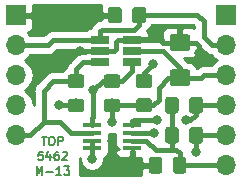
<source format=gbr>
G04 #@! TF.GenerationSoftware,KiCad,Pcbnew,(5.0.2)-1*
G04 #@! TF.CreationDate,2019-02-13T12:40:33+01:00*
G04 #@! TF.ProjectId,DICE-ADC-SMD,44494345-2d41-4444-932d-534d442e6b69,rev?*
G04 #@! TF.SameCoordinates,PX8e25b78PY3dbbafc*
G04 #@! TF.FileFunction,Copper,L1,Top*
G04 #@! TF.FilePolarity,Positive*
%FSLAX46Y46*%
G04 Gerber Fmt 4.6, Leading zero omitted, Abs format (unit mm)*
G04 Created by KiCad (PCBNEW (5.0.2)-1) date 13/02/2019 12:40:33*
%MOMM*%
%LPD*%
G01*
G04 APERTURE LIST*
G04 #@! TA.AperFunction,NonConductor*
%ADD10C,0.180000*%
G04 #@! TD*
G04 #@! TA.AperFunction,SMDPad,CuDef*
%ADD11R,1.600000X0.650000*%
G04 #@! TD*
G04 #@! TA.AperFunction,SMDPad,CuDef*
%ADD12R,1.600000X0.400000*%
G04 #@! TD*
G04 #@! TA.AperFunction,Conductor*
%ADD13C,0.100000*%
G04 #@! TD*
G04 #@! TA.AperFunction,SMDPad,CuDef*
%ADD14C,1.150000*%
G04 #@! TD*
G04 #@! TA.AperFunction,ComponentPad*
%ADD15O,1.700000X1.700000*%
G04 #@! TD*
G04 #@! TA.AperFunction,ComponentPad*
%ADD16R,1.700000X1.700000*%
G04 #@! TD*
G04 #@! TA.AperFunction,SMDPad,CuDef*
%ADD17C,1.425000*%
G04 #@! TD*
G04 #@! TA.AperFunction,ViaPad*
%ADD18C,0.800000*%
G04 #@! TD*
G04 #@! TA.AperFunction,Conductor*
%ADD19C,0.400000*%
G04 #@! TD*
G04 #@! TA.AperFunction,Conductor*
%ADD20C,0.500000*%
G04 #@! TD*
G04 #@! TA.AperFunction,Conductor*
%ADD21C,0.254000*%
G04 #@! TD*
G04 APERTURE END LIST*
D10*
X5516362Y6188186D02*
X5927791Y6188186D01*
X5722077Y5468186D02*
X5722077Y6188186D01*
X6304934Y6188186D02*
X6442077Y6188186D01*
X6510648Y6153900D01*
X6579220Y6085329D01*
X6613505Y5948186D01*
X6613505Y5708186D01*
X6579220Y5571043D01*
X6510648Y5502472D01*
X6442077Y5468186D01*
X6304934Y5468186D01*
X6236362Y5502472D01*
X6167791Y5571043D01*
X6133505Y5708186D01*
X6133505Y5948186D01*
X6167791Y6085329D01*
X6236362Y6153900D01*
X6304934Y6188186D01*
X6922077Y5468186D02*
X6922077Y6188186D01*
X7196362Y6188186D01*
X7264934Y6153900D01*
X7299220Y6119615D01*
X7333505Y6051043D01*
X7333505Y5948186D01*
X7299220Y5879615D01*
X7264934Y5845329D01*
X7196362Y5811043D01*
X6922077Y5811043D01*
X5602077Y4928186D02*
X5259220Y4928186D01*
X5224934Y4585329D01*
X5259220Y4619615D01*
X5327791Y4653900D01*
X5499220Y4653900D01*
X5567791Y4619615D01*
X5602077Y4585329D01*
X5636362Y4516758D01*
X5636362Y4345329D01*
X5602077Y4276758D01*
X5567791Y4242472D01*
X5499220Y4208186D01*
X5327791Y4208186D01*
X5259220Y4242472D01*
X5224934Y4276758D01*
X6253505Y4688186D02*
X6253505Y4208186D01*
X6082077Y4962472D02*
X5910648Y4448186D01*
X6356362Y4448186D01*
X6939220Y4928186D02*
X6802077Y4928186D01*
X6733505Y4893900D01*
X6699220Y4859615D01*
X6630648Y4756758D01*
X6596362Y4619615D01*
X6596362Y4345329D01*
X6630648Y4276758D01*
X6664934Y4242472D01*
X6733505Y4208186D01*
X6870648Y4208186D01*
X6939220Y4242472D01*
X6973505Y4276758D01*
X7007791Y4345329D01*
X7007791Y4516758D01*
X6973505Y4585329D01*
X6939220Y4619615D01*
X6870648Y4653900D01*
X6733505Y4653900D01*
X6664934Y4619615D01*
X6630648Y4585329D01*
X6596362Y4516758D01*
X7282077Y4859615D02*
X7316362Y4893900D01*
X7384934Y4928186D01*
X7556362Y4928186D01*
X7624934Y4893900D01*
X7659220Y4859615D01*
X7693505Y4791043D01*
X7693505Y4722472D01*
X7659220Y4619615D01*
X7247791Y4208186D01*
X7693505Y4208186D01*
X5087791Y2948186D02*
X5087791Y3668186D01*
X5327791Y3153900D01*
X5567791Y3668186D01*
X5567791Y2948186D01*
X5910648Y3222472D02*
X6459220Y3222472D01*
X7179220Y2948186D02*
X6767791Y2948186D01*
X6973505Y2948186D02*
X6973505Y3668186D01*
X6904934Y3565329D01*
X6836362Y3496758D01*
X6767791Y3462472D01*
X7419220Y3668186D02*
X7864934Y3668186D01*
X7624934Y3393900D01*
X7727791Y3393900D01*
X7796362Y3359615D01*
X7830648Y3325329D01*
X7864934Y3256758D01*
X7864934Y3085329D01*
X7830648Y3016758D01*
X7796362Y2982472D01*
X7727791Y2948186D01*
X7522077Y2948186D01*
X7453505Y2982472D01*
X7419220Y3016758D01*
D11*
G04 #@! TO.P,ADC1,1*
G04 #@! TO.N,Net-(ADC1-Pad1)*
X10443220Y14383900D03*
G04 #@! TO.P,ADC1,2*
G04 #@! TO.N,Net-(ADC1-Pad2)*
X10443220Y13433900D03*
G04 #@! TO.P,ADC1,3*
G04 #@! TO.N,Net-(ADC1-Pad3)*
X10443220Y12483900D03*
G04 #@! TO.P,ADC1,4*
G04 #@! TO.N,Net-(ADC1-Pad4)*
X13143220Y12483900D03*
G04 #@! TO.P,ADC1,6*
G04 #@! TO.N,Net-(ADC1-Pad2)*
X13143220Y14383900D03*
G04 #@! TO.P,ADC1,5*
G04 #@! TO.N,Net-(ADC1-Pad5)*
X13143220Y13433900D03*
G04 #@! TD*
D12*
G04 #@! TO.P,T1,8*
G04 #@! TO.N,Net-(R3-Pad2)*
X9775720Y5209900D03*
G04 #@! TO.P,T1,7*
X9775720Y5859900D03*
G04 #@! TO.P,T1,6*
G04 #@! TO.N,Net-(ADC1-Pad3)*
X9775720Y6509900D03*
G04 #@! TO.P,T1,5*
G04 #@! TO.N,Net-(ADC1-Pad4)*
X9775720Y7159900D03*
G04 #@! TO.P,T1,4*
G04 #@! TO.N,Net-(Pins1-Pad4)*
X13175720Y7159900D03*
G04 #@! TO.P,T1,3*
G04 #@! TO.N,Net-(Pins1-Pad5)*
X13175720Y6509900D03*
G04 #@! TO.P,T1,2*
G04 #@! TO.N,Net-(C3-Pad1)*
X13175720Y5859900D03*
G04 #@! TO.P,T1,1*
G04 #@! TO.N,Net-(ADC1-Pad2)*
X13175720Y5209900D03*
G04 #@! TD*
D13*
G04 #@! TO.N,Net-(ADC1-Pad1)*
G04 #@! TO.C,C2*
G36*
X14120225Y17180696D02*
X14144493Y17177096D01*
X14168292Y17171135D01*
X14191391Y17162870D01*
X14213570Y17152380D01*
X14234613Y17139768D01*
X14254319Y17125153D01*
X14272497Y17108677D01*
X14288973Y17090499D01*
X14303588Y17070793D01*
X14316200Y17049750D01*
X14326690Y17027571D01*
X14334955Y17004472D01*
X14340916Y16980673D01*
X14344516Y16956405D01*
X14345720Y16931901D01*
X14345720Y16031899D01*
X14344516Y16007395D01*
X14340916Y15983127D01*
X14334955Y15959328D01*
X14326690Y15936229D01*
X14316200Y15914050D01*
X14303588Y15893007D01*
X14288973Y15873301D01*
X14272497Y15855123D01*
X14254319Y15838647D01*
X14234613Y15824032D01*
X14213570Y15811420D01*
X14191391Y15800930D01*
X14168292Y15792665D01*
X14144493Y15786704D01*
X14120225Y15783104D01*
X14095721Y15781900D01*
X13445719Y15781900D01*
X13421215Y15783104D01*
X13396947Y15786704D01*
X13373148Y15792665D01*
X13350049Y15800930D01*
X13327870Y15811420D01*
X13306827Y15824032D01*
X13287121Y15838647D01*
X13268943Y15855123D01*
X13252467Y15873301D01*
X13237852Y15893007D01*
X13225240Y15914050D01*
X13214750Y15936229D01*
X13206485Y15959328D01*
X13200524Y15983127D01*
X13196924Y16007395D01*
X13195720Y16031899D01*
X13195720Y16931901D01*
X13196924Y16956405D01*
X13200524Y16980673D01*
X13206485Y17004472D01*
X13214750Y17027571D01*
X13225240Y17049750D01*
X13237852Y17070793D01*
X13252467Y17090499D01*
X13268943Y17108677D01*
X13287121Y17125153D01*
X13306827Y17139768D01*
X13327870Y17152380D01*
X13350049Y17162870D01*
X13373148Y17171135D01*
X13396947Y17177096D01*
X13421215Y17180696D01*
X13445719Y17181900D01*
X14095721Y17181900D01*
X14120225Y17180696D01*
X14120225Y17180696D01*
G37*
D14*
G04 #@! TD*
G04 #@! TO.P,C2,1*
G04 #@! TO.N,Net-(ADC1-Pad1)*
X13770720Y16481900D03*
D13*
G04 #@! TO.N,Net-(ADC1-Pad2)*
G04 #@! TO.C,C2*
G36*
X12070225Y17180696D02*
X12094493Y17177096D01*
X12118292Y17171135D01*
X12141391Y17162870D01*
X12163570Y17152380D01*
X12184613Y17139768D01*
X12204319Y17125153D01*
X12222497Y17108677D01*
X12238973Y17090499D01*
X12253588Y17070793D01*
X12266200Y17049750D01*
X12276690Y17027571D01*
X12284955Y17004472D01*
X12290916Y16980673D01*
X12294516Y16956405D01*
X12295720Y16931901D01*
X12295720Y16031899D01*
X12294516Y16007395D01*
X12290916Y15983127D01*
X12284955Y15959328D01*
X12276690Y15936229D01*
X12266200Y15914050D01*
X12253588Y15893007D01*
X12238973Y15873301D01*
X12222497Y15855123D01*
X12204319Y15838647D01*
X12184613Y15824032D01*
X12163570Y15811420D01*
X12141391Y15800930D01*
X12118292Y15792665D01*
X12094493Y15786704D01*
X12070225Y15783104D01*
X12045721Y15781900D01*
X11395719Y15781900D01*
X11371215Y15783104D01*
X11346947Y15786704D01*
X11323148Y15792665D01*
X11300049Y15800930D01*
X11277870Y15811420D01*
X11256827Y15824032D01*
X11237121Y15838647D01*
X11218943Y15855123D01*
X11202467Y15873301D01*
X11187852Y15893007D01*
X11175240Y15914050D01*
X11164750Y15936229D01*
X11156485Y15959328D01*
X11150524Y15983127D01*
X11146924Y16007395D01*
X11145720Y16031899D01*
X11145720Y16931901D01*
X11146924Y16956405D01*
X11150524Y16980673D01*
X11156485Y17004472D01*
X11164750Y17027571D01*
X11175240Y17049750D01*
X11187852Y17070793D01*
X11202467Y17090499D01*
X11218943Y17108677D01*
X11237121Y17125153D01*
X11256827Y17139768D01*
X11277870Y17152380D01*
X11300049Y17162870D01*
X11323148Y17171135D01*
X11346947Y17177096D01*
X11371215Y17180696D01*
X11395719Y17181900D01*
X12045721Y17181900D01*
X12070225Y17180696D01*
X12070225Y17180696D01*
G37*
D14*
G04 #@! TD*
G04 #@! TO.P,C2,2*
G04 #@! TO.N,Net-(ADC1-Pad2)*
X11720720Y16481900D03*
D13*
G04 #@! TO.N,Net-(ADC1-Pad5)*
G04 #@! TO.C,R5*
G36*
X8902225Y9416696D02*
X8926493Y9413096D01*
X8950292Y9407135D01*
X8973391Y9398870D01*
X8995570Y9388380D01*
X9016613Y9375768D01*
X9036319Y9361153D01*
X9054497Y9344677D01*
X9070973Y9326499D01*
X9085588Y9306793D01*
X9098200Y9285750D01*
X9108690Y9263571D01*
X9116955Y9240472D01*
X9122916Y9216673D01*
X9126516Y9192405D01*
X9127720Y9167901D01*
X9127720Y8517899D01*
X9126516Y8493395D01*
X9122916Y8469127D01*
X9116955Y8445328D01*
X9108690Y8422229D01*
X9098200Y8400050D01*
X9085588Y8379007D01*
X9070973Y8359301D01*
X9054497Y8341123D01*
X9036319Y8324647D01*
X9016613Y8310032D01*
X8995570Y8297420D01*
X8973391Y8286930D01*
X8950292Y8278665D01*
X8926493Y8272704D01*
X8902225Y8269104D01*
X8877721Y8267900D01*
X7977719Y8267900D01*
X7953215Y8269104D01*
X7928947Y8272704D01*
X7905148Y8278665D01*
X7882049Y8286930D01*
X7859870Y8297420D01*
X7838827Y8310032D01*
X7819121Y8324647D01*
X7800943Y8341123D01*
X7784467Y8359301D01*
X7769852Y8379007D01*
X7757240Y8400050D01*
X7746750Y8422229D01*
X7738485Y8445328D01*
X7732524Y8469127D01*
X7728924Y8493395D01*
X7727720Y8517899D01*
X7727720Y9167901D01*
X7728924Y9192405D01*
X7732524Y9216673D01*
X7738485Y9240472D01*
X7746750Y9263571D01*
X7757240Y9285750D01*
X7769852Y9306793D01*
X7784467Y9326499D01*
X7800943Y9344677D01*
X7819121Y9361153D01*
X7838827Y9375768D01*
X7859870Y9388380D01*
X7882049Y9398870D01*
X7905148Y9407135D01*
X7928947Y9413096D01*
X7953215Y9416696D01*
X7977719Y9417900D01*
X8877721Y9417900D01*
X8902225Y9416696D01*
X8902225Y9416696D01*
G37*
D14*
G04 #@! TD*
G04 #@! TO.P,R5,1*
G04 #@! TO.N,Net-(ADC1-Pad5)*
X8427720Y8842900D03*
D13*
G04 #@! TO.N,Net-(ADC1-Pad3)*
G04 #@! TO.C,R5*
G36*
X8902225Y11466696D02*
X8926493Y11463096D01*
X8950292Y11457135D01*
X8973391Y11448870D01*
X8995570Y11438380D01*
X9016613Y11425768D01*
X9036319Y11411153D01*
X9054497Y11394677D01*
X9070973Y11376499D01*
X9085588Y11356793D01*
X9098200Y11335750D01*
X9108690Y11313571D01*
X9116955Y11290472D01*
X9122916Y11266673D01*
X9126516Y11242405D01*
X9127720Y11217901D01*
X9127720Y10567899D01*
X9126516Y10543395D01*
X9122916Y10519127D01*
X9116955Y10495328D01*
X9108690Y10472229D01*
X9098200Y10450050D01*
X9085588Y10429007D01*
X9070973Y10409301D01*
X9054497Y10391123D01*
X9036319Y10374647D01*
X9016613Y10360032D01*
X8995570Y10347420D01*
X8973391Y10336930D01*
X8950292Y10328665D01*
X8926493Y10322704D01*
X8902225Y10319104D01*
X8877721Y10317900D01*
X7977719Y10317900D01*
X7953215Y10319104D01*
X7928947Y10322704D01*
X7905148Y10328665D01*
X7882049Y10336930D01*
X7859870Y10347420D01*
X7838827Y10360032D01*
X7819121Y10374647D01*
X7800943Y10391123D01*
X7784467Y10409301D01*
X7769852Y10429007D01*
X7757240Y10450050D01*
X7746750Y10472229D01*
X7738485Y10495328D01*
X7732524Y10519127D01*
X7728924Y10543395D01*
X7727720Y10567899D01*
X7727720Y11217901D01*
X7728924Y11242405D01*
X7732524Y11266673D01*
X7738485Y11290472D01*
X7746750Y11313571D01*
X7757240Y11335750D01*
X7769852Y11356793D01*
X7784467Y11376499D01*
X7800943Y11394677D01*
X7819121Y11411153D01*
X7838827Y11425768D01*
X7859870Y11438380D01*
X7882049Y11448870D01*
X7905148Y11457135D01*
X7928947Y11463096D01*
X7953215Y11466696D01*
X7977719Y11467900D01*
X8877721Y11467900D01*
X8902225Y11466696D01*
X8902225Y11466696D01*
G37*
D14*
G04 #@! TD*
G04 #@! TO.P,R5,2*
G04 #@! TO.N,Net-(ADC1-Pad3)*
X8427720Y10892900D03*
D13*
G04 #@! TO.N,Net-(ADC1-Pad4)*
G04 #@! TO.C,R4*
G36*
X11950225Y11466696D02*
X11974493Y11463096D01*
X11998292Y11457135D01*
X12021391Y11448870D01*
X12043570Y11438380D01*
X12064613Y11425768D01*
X12084319Y11411153D01*
X12102497Y11394677D01*
X12118973Y11376499D01*
X12133588Y11356793D01*
X12146200Y11335750D01*
X12156690Y11313571D01*
X12164955Y11290472D01*
X12170916Y11266673D01*
X12174516Y11242405D01*
X12175720Y11217901D01*
X12175720Y10567899D01*
X12174516Y10543395D01*
X12170916Y10519127D01*
X12164955Y10495328D01*
X12156690Y10472229D01*
X12146200Y10450050D01*
X12133588Y10429007D01*
X12118973Y10409301D01*
X12102497Y10391123D01*
X12084319Y10374647D01*
X12064613Y10360032D01*
X12043570Y10347420D01*
X12021391Y10336930D01*
X11998292Y10328665D01*
X11974493Y10322704D01*
X11950225Y10319104D01*
X11925721Y10317900D01*
X11025719Y10317900D01*
X11001215Y10319104D01*
X10976947Y10322704D01*
X10953148Y10328665D01*
X10930049Y10336930D01*
X10907870Y10347420D01*
X10886827Y10360032D01*
X10867121Y10374647D01*
X10848943Y10391123D01*
X10832467Y10409301D01*
X10817852Y10429007D01*
X10805240Y10450050D01*
X10794750Y10472229D01*
X10786485Y10495328D01*
X10780524Y10519127D01*
X10776924Y10543395D01*
X10775720Y10567899D01*
X10775720Y11217901D01*
X10776924Y11242405D01*
X10780524Y11266673D01*
X10786485Y11290472D01*
X10794750Y11313571D01*
X10805240Y11335750D01*
X10817852Y11356793D01*
X10832467Y11376499D01*
X10848943Y11394677D01*
X10867121Y11411153D01*
X10886827Y11425768D01*
X10907870Y11438380D01*
X10930049Y11448870D01*
X10953148Y11457135D01*
X10976947Y11463096D01*
X11001215Y11466696D01*
X11025719Y11467900D01*
X11925721Y11467900D01*
X11950225Y11466696D01*
X11950225Y11466696D01*
G37*
D14*
G04 #@! TD*
G04 #@! TO.P,R4,2*
G04 #@! TO.N,Net-(ADC1-Pad4)*
X11475720Y10892900D03*
D13*
G04 #@! TO.N,Net-(ADC1-Pad5)*
G04 #@! TO.C,R4*
G36*
X11950225Y9416696D02*
X11974493Y9413096D01*
X11998292Y9407135D01*
X12021391Y9398870D01*
X12043570Y9388380D01*
X12064613Y9375768D01*
X12084319Y9361153D01*
X12102497Y9344677D01*
X12118973Y9326499D01*
X12133588Y9306793D01*
X12146200Y9285750D01*
X12156690Y9263571D01*
X12164955Y9240472D01*
X12170916Y9216673D01*
X12174516Y9192405D01*
X12175720Y9167901D01*
X12175720Y8517899D01*
X12174516Y8493395D01*
X12170916Y8469127D01*
X12164955Y8445328D01*
X12156690Y8422229D01*
X12146200Y8400050D01*
X12133588Y8379007D01*
X12118973Y8359301D01*
X12102497Y8341123D01*
X12084319Y8324647D01*
X12064613Y8310032D01*
X12043570Y8297420D01*
X12021391Y8286930D01*
X11998292Y8278665D01*
X11974493Y8272704D01*
X11950225Y8269104D01*
X11925721Y8267900D01*
X11025719Y8267900D01*
X11001215Y8269104D01*
X10976947Y8272704D01*
X10953148Y8278665D01*
X10930049Y8286930D01*
X10907870Y8297420D01*
X10886827Y8310032D01*
X10867121Y8324647D01*
X10848943Y8341123D01*
X10832467Y8359301D01*
X10817852Y8379007D01*
X10805240Y8400050D01*
X10794750Y8422229D01*
X10786485Y8445328D01*
X10780524Y8469127D01*
X10776924Y8493395D01*
X10775720Y8517899D01*
X10775720Y9167901D01*
X10776924Y9192405D01*
X10780524Y9216673D01*
X10786485Y9240472D01*
X10794750Y9263571D01*
X10805240Y9285750D01*
X10817852Y9306793D01*
X10832467Y9326499D01*
X10848943Y9344677D01*
X10867121Y9361153D01*
X10886827Y9375768D01*
X10907870Y9388380D01*
X10930049Y9398870D01*
X10953148Y9407135D01*
X10976947Y9413096D01*
X11001215Y9416696D01*
X11025719Y9417900D01*
X11925721Y9417900D01*
X11950225Y9416696D01*
X11950225Y9416696D01*
G37*
D14*
G04 #@! TD*
G04 #@! TO.P,R4,1*
G04 #@! TO.N,Net-(ADC1-Pad5)*
X11475720Y8842900D03*
D13*
G04 #@! TO.N,Net-(ADC1-Pad5)*
G04 #@! TO.C,R3*
G36*
X14649225Y9426696D02*
X14673493Y9423096D01*
X14697292Y9417135D01*
X14720391Y9408870D01*
X14742570Y9398380D01*
X14763613Y9385768D01*
X14783319Y9371153D01*
X14801497Y9354677D01*
X14817973Y9336499D01*
X14832588Y9316793D01*
X14845200Y9295750D01*
X14855690Y9273571D01*
X14863955Y9250472D01*
X14869916Y9226673D01*
X14873516Y9202405D01*
X14874720Y9177901D01*
X14874720Y8527899D01*
X14873516Y8503395D01*
X14869916Y8479127D01*
X14863955Y8455328D01*
X14855690Y8432229D01*
X14845200Y8410050D01*
X14832588Y8389007D01*
X14817973Y8369301D01*
X14801497Y8351123D01*
X14783319Y8334647D01*
X14763613Y8320032D01*
X14742570Y8307420D01*
X14720391Y8296930D01*
X14697292Y8288665D01*
X14673493Y8282704D01*
X14649225Y8279104D01*
X14624721Y8277900D01*
X13724719Y8277900D01*
X13700215Y8279104D01*
X13675947Y8282704D01*
X13652148Y8288665D01*
X13629049Y8296930D01*
X13606870Y8307420D01*
X13585827Y8320032D01*
X13566121Y8334647D01*
X13547943Y8351123D01*
X13531467Y8369301D01*
X13516852Y8389007D01*
X13504240Y8410050D01*
X13493750Y8432229D01*
X13485485Y8455328D01*
X13479524Y8479127D01*
X13475924Y8503395D01*
X13474720Y8527899D01*
X13474720Y9177901D01*
X13475924Y9202405D01*
X13479524Y9226673D01*
X13485485Y9250472D01*
X13493750Y9273571D01*
X13504240Y9295750D01*
X13516852Y9316793D01*
X13531467Y9336499D01*
X13547943Y9354677D01*
X13566121Y9371153D01*
X13585827Y9385768D01*
X13606870Y9398380D01*
X13629049Y9408870D01*
X13652148Y9417135D01*
X13675947Y9423096D01*
X13700215Y9426696D01*
X13724719Y9427900D01*
X14624721Y9427900D01*
X14649225Y9426696D01*
X14649225Y9426696D01*
G37*
D14*
G04 #@! TD*
G04 #@! TO.P,R3,1*
G04 #@! TO.N,Net-(ADC1-Pad5)*
X14174720Y8852900D03*
D13*
G04 #@! TO.N,Net-(R3-Pad2)*
G04 #@! TO.C,R3*
G36*
X14649225Y11476696D02*
X14673493Y11473096D01*
X14697292Y11467135D01*
X14720391Y11458870D01*
X14742570Y11448380D01*
X14763613Y11435768D01*
X14783319Y11421153D01*
X14801497Y11404677D01*
X14817973Y11386499D01*
X14832588Y11366793D01*
X14845200Y11345750D01*
X14855690Y11323571D01*
X14863955Y11300472D01*
X14869916Y11276673D01*
X14873516Y11252405D01*
X14874720Y11227901D01*
X14874720Y10577899D01*
X14873516Y10553395D01*
X14869916Y10529127D01*
X14863955Y10505328D01*
X14855690Y10482229D01*
X14845200Y10460050D01*
X14832588Y10439007D01*
X14817973Y10419301D01*
X14801497Y10401123D01*
X14783319Y10384647D01*
X14763613Y10370032D01*
X14742570Y10357420D01*
X14720391Y10346930D01*
X14697292Y10338665D01*
X14673493Y10332704D01*
X14649225Y10329104D01*
X14624721Y10327900D01*
X13724719Y10327900D01*
X13700215Y10329104D01*
X13675947Y10332704D01*
X13652148Y10338665D01*
X13629049Y10346930D01*
X13606870Y10357420D01*
X13585827Y10370032D01*
X13566121Y10384647D01*
X13547943Y10401123D01*
X13531467Y10419301D01*
X13516852Y10439007D01*
X13504240Y10460050D01*
X13493750Y10482229D01*
X13485485Y10505328D01*
X13479524Y10529127D01*
X13475924Y10553395D01*
X13474720Y10577899D01*
X13474720Y11227901D01*
X13475924Y11252405D01*
X13479524Y11276673D01*
X13485485Y11300472D01*
X13493750Y11323571D01*
X13504240Y11345750D01*
X13516852Y11366793D01*
X13531467Y11386499D01*
X13547943Y11404677D01*
X13566121Y11421153D01*
X13585827Y11435768D01*
X13606870Y11448380D01*
X13629049Y11458870D01*
X13652148Y11467135D01*
X13675947Y11473096D01*
X13700215Y11476696D01*
X13724719Y11477900D01*
X14624721Y11477900D01*
X14649225Y11476696D01*
X14649225Y11476696D01*
G37*
D14*
G04 #@! TD*
G04 #@! TO.P,R3,2*
G04 #@! TO.N,Net-(R3-Pad2)*
X14174720Y10902900D03*
D13*
G04 #@! TO.N,Net-(Pins1-Pad5)*
G04 #@! TO.C,R2*
G36*
X18946225Y7010696D02*
X18970493Y7007096D01*
X18994292Y7001135D01*
X19017391Y6992870D01*
X19039570Y6982380D01*
X19060613Y6969768D01*
X19080319Y6955153D01*
X19098497Y6938677D01*
X19114973Y6920499D01*
X19129588Y6900793D01*
X19142200Y6879750D01*
X19152690Y6857571D01*
X19160955Y6834472D01*
X19166916Y6810673D01*
X19170516Y6786405D01*
X19171720Y6761901D01*
X19171720Y5861899D01*
X19170516Y5837395D01*
X19166916Y5813127D01*
X19160955Y5789328D01*
X19152690Y5766229D01*
X19142200Y5744050D01*
X19129588Y5723007D01*
X19114973Y5703301D01*
X19098497Y5685123D01*
X19080319Y5668647D01*
X19060613Y5654032D01*
X19039570Y5641420D01*
X19017391Y5630930D01*
X18994292Y5622665D01*
X18970493Y5616704D01*
X18946225Y5613104D01*
X18921721Y5611900D01*
X18271719Y5611900D01*
X18247215Y5613104D01*
X18222947Y5616704D01*
X18199148Y5622665D01*
X18176049Y5630930D01*
X18153870Y5641420D01*
X18132827Y5654032D01*
X18113121Y5668647D01*
X18094943Y5685123D01*
X18078467Y5703301D01*
X18063852Y5723007D01*
X18051240Y5744050D01*
X18040750Y5766229D01*
X18032485Y5789328D01*
X18026524Y5813127D01*
X18022924Y5837395D01*
X18021720Y5861899D01*
X18021720Y6761901D01*
X18022924Y6786405D01*
X18026524Y6810673D01*
X18032485Y6834472D01*
X18040750Y6857571D01*
X18051240Y6879750D01*
X18063852Y6900793D01*
X18078467Y6920499D01*
X18094943Y6938677D01*
X18113121Y6955153D01*
X18132827Y6969768D01*
X18153870Y6982380D01*
X18176049Y6992870D01*
X18199148Y7001135D01*
X18222947Y7007096D01*
X18247215Y7010696D01*
X18271719Y7011900D01*
X18921721Y7011900D01*
X18946225Y7010696D01*
X18946225Y7010696D01*
G37*
D14*
G04 #@! TD*
G04 #@! TO.P,R2,2*
G04 #@! TO.N,Net-(Pins1-Pad5)*
X18596720Y6311900D03*
D13*
G04 #@! TO.N,Net-(C3-Pad1)*
G04 #@! TO.C,R2*
G36*
X16896225Y7010696D02*
X16920493Y7007096D01*
X16944292Y7001135D01*
X16967391Y6992870D01*
X16989570Y6982380D01*
X17010613Y6969768D01*
X17030319Y6955153D01*
X17048497Y6938677D01*
X17064973Y6920499D01*
X17079588Y6900793D01*
X17092200Y6879750D01*
X17102690Y6857571D01*
X17110955Y6834472D01*
X17116916Y6810673D01*
X17120516Y6786405D01*
X17121720Y6761901D01*
X17121720Y5861899D01*
X17120516Y5837395D01*
X17116916Y5813127D01*
X17110955Y5789328D01*
X17102690Y5766229D01*
X17092200Y5744050D01*
X17079588Y5723007D01*
X17064973Y5703301D01*
X17048497Y5685123D01*
X17030319Y5668647D01*
X17010613Y5654032D01*
X16989570Y5641420D01*
X16967391Y5630930D01*
X16944292Y5622665D01*
X16920493Y5616704D01*
X16896225Y5613104D01*
X16871721Y5611900D01*
X16221719Y5611900D01*
X16197215Y5613104D01*
X16172947Y5616704D01*
X16149148Y5622665D01*
X16126049Y5630930D01*
X16103870Y5641420D01*
X16082827Y5654032D01*
X16063121Y5668647D01*
X16044943Y5685123D01*
X16028467Y5703301D01*
X16013852Y5723007D01*
X16001240Y5744050D01*
X15990750Y5766229D01*
X15982485Y5789328D01*
X15976524Y5813127D01*
X15972924Y5837395D01*
X15971720Y5861899D01*
X15971720Y6761901D01*
X15972924Y6786405D01*
X15976524Y6810673D01*
X15982485Y6834472D01*
X15990750Y6857571D01*
X16001240Y6879750D01*
X16013852Y6900793D01*
X16028467Y6920499D01*
X16044943Y6938677D01*
X16063121Y6955153D01*
X16082827Y6969768D01*
X16103870Y6982380D01*
X16126049Y6992870D01*
X16149148Y7001135D01*
X16172947Y7007096D01*
X16197215Y7010696D01*
X16221719Y7011900D01*
X16871721Y7011900D01*
X16896225Y7010696D01*
X16896225Y7010696D01*
G37*
D14*
G04 #@! TD*
G04 #@! TO.P,R2,1*
G04 #@! TO.N,Net-(C3-Pad1)*
X16546720Y6311900D03*
D13*
G04 #@! TO.N,Net-(C3-Pad1)*
G04 #@! TO.C,R1*
G36*
X16887225Y9550696D02*
X16911493Y9547096D01*
X16935292Y9541135D01*
X16958391Y9532870D01*
X16980570Y9522380D01*
X17001613Y9509768D01*
X17021319Y9495153D01*
X17039497Y9478677D01*
X17055973Y9460499D01*
X17070588Y9440793D01*
X17083200Y9419750D01*
X17093690Y9397571D01*
X17101955Y9374472D01*
X17107916Y9350673D01*
X17111516Y9326405D01*
X17112720Y9301901D01*
X17112720Y8401899D01*
X17111516Y8377395D01*
X17107916Y8353127D01*
X17101955Y8329328D01*
X17093690Y8306229D01*
X17083200Y8284050D01*
X17070588Y8263007D01*
X17055973Y8243301D01*
X17039497Y8225123D01*
X17021319Y8208647D01*
X17001613Y8194032D01*
X16980570Y8181420D01*
X16958391Y8170930D01*
X16935292Y8162665D01*
X16911493Y8156704D01*
X16887225Y8153104D01*
X16862721Y8151900D01*
X16212719Y8151900D01*
X16188215Y8153104D01*
X16163947Y8156704D01*
X16140148Y8162665D01*
X16117049Y8170930D01*
X16094870Y8181420D01*
X16073827Y8194032D01*
X16054121Y8208647D01*
X16035943Y8225123D01*
X16019467Y8243301D01*
X16004852Y8263007D01*
X15992240Y8284050D01*
X15981750Y8306229D01*
X15973485Y8329328D01*
X15967524Y8353127D01*
X15963924Y8377395D01*
X15962720Y8401899D01*
X15962720Y9301901D01*
X15963924Y9326405D01*
X15967524Y9350673D01*
X15973485Y9374472D01*
X15981750Y9397571D01*
X15992240Y9419750D01*
X16004852Y9440793D01*
X16019467Y9460499D01*
X16035943Y9478677D01*
X16054121Y9495153D01*
X16073827Y9509768D01*
X16094870Y9522380D01*
X16117049Y9532870D01*
X16140148Y9541135D01*
X16163947Y9547096D01*
X16188215Y9550696D01*
X16212719Y9551900D01*
X16862721Y9551900D01*
X16887225Y9550696D01*
X16887225Y9550696D01*
G37*
D14*
G04 #@! TD*
G04 #@! TO.P,R1,1*
G04 #@! TO.N,Net-(C3-Pad1)*
X16537720Y8851900D03*
D13*
G04 #@! TO.N,Net-(Pins1-Pad4)*
G04 #@! TO.C,R1*
G36*
X18937225Y9550696D02*
X18961493Y9547096D01*
X18985292Y9541135D01*
X19008391Y9532870D01*
X19030570Y9522380D01*
X19051613Y9509768D01*
X19071319Y9495153D01*
X19089497Y9478677D01*
X19105973Y9460499D01*
X19120588Y9440793D01*
X19133200Y9419750D01*
X19143690Y9397571D01*
X19151955Y9374472D01*
X19157916Y9350673D01*
X19161516Y9326405D01*
X19162720Y9301901D01*
X19162720Y8401899D01*
X19161516Y8377395D01*
X19157916Y8353127D01*
X19151955Y8329328D01*
X19143690Y8306229D01*
X19133200Y8284050D01*
X19120588Y8263007D01*
X19105973Y8243301D01*
X19089497Y8225123D01*
X19071319Y8208647D01*
X19051613Y8194032D01*
X19030570Y8181420D01*
X19008391Y8170930D01*
X18985292Y8162665D01*
X18961493Y8156704D01*
X18937225Y8153104D01*
X18912721Y8151900D01*
X18262719Y8151900D01*
X18238215Y8153104D01*
X18213947Y8156704D01*
X18190148Y8162665D01*
X18167049Y8170930D01*
X18144870Y8181420D01*
X18123827Y8194032D01*
X18104121Y8208647D01*
X18085943Y8225123D01*
X18069467Y8243301D01*
X18054852Y8263007D01*
X18042240Y8284050D01*
X18031750Y8306229D01*
X18023485Y8329328D01*
X18017524Y8353127D01*
X18013924Y8377395D01*
X18012720Y8401899D01*
X18012720Y9301901D01*
X18013924Y9326405D01*
X18017524Y9350673D01*
X18023485Y9374472D01*
X18031750Y9397571D01*
X18042240Y9419750D01*
X18054852Y9440793D01*
X18069467Y9460499D01*
X18085943Y9478677D01*
X18104121Y9495153D01*
X18123827Y9509768D01*
X18144870Y9522380D01*
X18167049Y9532870D01*
X18190148Y9541135D01*
X18213947Y9547096D01*
X18238215Y9550696D01*
X18262719Y9551900D01*
X18912721Y9551900D01*
X18937225Y9550696D01*
X18937225Y9550696D01*
G37*
D14*
G04 #@! TD*
G04 #@! TO.P,R1,2*
G04 #@! TO.N,Net-(Pins1-Pad4)*
X18587720Y8851900D03*
D15*
G04 #@! TO.P,Pins2,5*
G04 #@! TO.N,Net-(ADC1-Pad3)*
X3327720Y6311900D03*
G04 #@! TO.P,Pins2,4*
G04 #@! TO.N,Net-(ADC1-Pad4)*
X3327720Y8851900D03*
G04 #@! TO.P,Pins2,3*
G04 #@! TO.N,Net-(ADC1-Pad5)*
X3327720Y11391900D03*
G04 #@! TO.P,Pins2,2*
G04 #@! TO.N,Net-(ADC1-Pad1)*
X3327720Y13931900D03*
D16*
G04 #@! TO.P,Pins2,1*
G04 #@! TO.N,Net-(ADC1-Pad2)*
X3327720Y16471900D03*
G04 #@! TD*
D13*
G04 #@! TO.N,Net-(ADC1-Pad5)*
G04 #@! TO.C,C1*
G36*
X17872224Y11895696D02*
X17896493Y11892096D01*
X17920291Y11886135D01*
X17943391Y11877870D01*
X17965569Y11867380D01*
X17986613Y11854767D01*
X18006318Y11840153D01*
X18024497Y11823677D01*
X18040973Y11805498D01*
X18055587Y11785793D01*
X18068200Y11764749D01*
X18078690Y11742571D01*
X18086955Y11719471D01*
X18092916Y11695673D01*
X18096516Y11671404D01*
X18097720Y11646900D01*
X18097720Y10721900D01*
X18096516Y10697396D01*
X18092916Y10673127D01*
X18086955Y10649329D01*
X18078690Y10626229D01*
X18068200Y10604051D01*
X18055587Y10583007D01*
X18040973Y10563302D01*
X18024497Y10545123D01*
X18006318Y10528647D01*
X17986613Y10514033D01*
X17965569Y10501420D01*
X17943391Y10490930D01*
X17920291Y10482665D01*
X17896493Y10476704D01*
X17872224Y10473104D01*
X17847720Y10471900D01*
X16597720Y10471900D01*
X16573216Y10473104D01*
X16548947Y10476704D01*
X16525149Y10482665D01*
X16502049Y10490930D01*
X16479871Y10501420D01*
X16458827Y10514033D01*
X16439122Y10528647D01*
X16420943Y10545123D01*
X16404467Y10563302D01*
X16389853Y10583007D01*
X16377240Y10604051D01*
X16366750Y10626229D01*
X16358485Y10649329D01*
X16352524Y10673127D01*
X16348924Y10697396D01*
X16347720Y10721900D01*
X16347720Y11646900D01*
X16348924Y11671404D01*
X16352524Y11695673D01*
X16358485Y11719471D01*
X16366750Y11742571D01*
X16377240Y11764749D01*
X16389853Y11785793D01*
X16404467Y11805498D01*
X16420943Y11823677D01*
X16439122Y11840153D01*
X16458827Y11854767D01*
X16479871Y11867380D01*
X16502049Y11877870D01*
X16525149Y11886135D01*
X16548947Y11892096D01*
X16573216Y11895696D01*
X16597720Y11896900D01*
X17847720Y11896900D01*
X17872224Y11895696D01*
X17872224Y11895696D01*
G37*
D17*
G04 #@! TD*
G04 #@! TO.P,C1,2*
G04 #@! TO.N,Net-(ADC1-Pad5)*
X17222720Y11184400D03*
D13*
G04 #@! TO.N,Net-(ADC1-Pad2)*
G04 #@! TO.C,C1*
G36*
X17872224Y14870696D02*
X17896493Y14867096D01*
X17920291Y14861135D01*
X17943391Y14852870D01*
X17965569Y14842380D01*
X17986613Y14829767D01*
X18006318Y14815153D01*
X18024497Y14798677D01*
X18040973Y14780498D01*
X18055587Y14760793D01*
X18068200Y14739749D01*
X18078690Y14717571D01*
X18086955Y14694471D01*
X18092916Y14670673D01*
X18096516Y14646404D01*
X18097720Y14621900D01*
X18097720Y13696900D01*
X18096516Y13672396D01*
X18092916Y13648127D01*
X18086955Y13624329D01*
X18078690Y13601229D01*
X18068200Y13579051D01*
X18055587Y13558007D01*
X18040973Y13538302D01*
X18024497Y13520123D01*
X18006318Y13503647D01*
X17986613Y13489033D01*
X17965569Y13476420D01*
X17943391Y13465930D01*
X17920291Y13457665D01*
X17896493Y13451704D01*
X17872224Y13448104D01*
X17847720Y13446900D01*
X16597720Y13446900D01*
X16573216Y13448104D01*
X16548947Y13451704D01*
X16525149Y13457665D01*
X16502049Y13465930D01*
X16479871Y13476420D01*
X16458827Y13489033D01*
X16439122Y13503647D01*
X16420943Y13520123D01*
X16404467Y13538302D01*
X16389853Y13558007D01*
X16377240Y13579051D01*
X16366750Y13601229D01*
X16358485Y13624329D01*
X16352524Y13648127D01*
X16348924Y13672396D01*
X16347720Y13696900D01*
X16347720Y14621900D01*
X16348924Y14646404D01*
X16352524Y14670673D01*
X16358485Y14694471D01*
X16366750Y14717571D01*
X16377240Y14739749D01*
X16389853Y14760793D01*
X16404467Y14780498D01*
X16420943Y14798677D01*
X16439122Y14815153D01*
X16458827Y14829767D01*
X16479871Y14842380D01*
X16502049Y14852870D01*
X16525149Y14861135D01*
X16548947Y14867096D01*
X16573216Y14870696D01*
X16597720Y14871900D01*
X17847720Y14871900D01*
X17872224Y14870696D01*
X17872224Y14870696D01*
G37*
D17*
G04 #@! TD*
G04 #@! TO.P,C1,1*
G04 #@! TO.N,Net-(ADC1-Pad2)*
X17222720Y14159400D03*
D13*
G04 #@! TO.N,Net-(C3-Pad1)*
G04 #@! TO.C,C3*
G36*
X17549225Y4470696D02*
X17573493Y4467096D01*
X17597292Y4461135D01*
X17620391Y4452870D01*
X17642570Y4442380D01*
X17663613Y4429768D01*
X17683319Y4415153D01*
X17701497Y4398677D01*
X17717973Y4380499D01*
X17732588Y4360793D01*
X17745200Y4339750D01*
X17755690Y4317571D01*
X17763955Y4294472D01*
X17769916Y4270673D01*
X17773516Y4246405D01*
X17774720Y4221901D01*
X17774720Y3321899D01*
X17773516Y3297395D01*
X17769916Y3273127D01*
X17763955Y3249328D01*
X17755690Y3226229D01*
X17745200Y3204050D01*
X17732588Y3183007D01*
X17717973Y3163301D01*
X17701497Y3145123D01*
X17683319Y3128647D01*
X17663613Y3114032D01*
X17642570Y3101420D01*
X17620391Y3090930D01*
X17597292Y3082665D01*
X17573493Y3076704D01*
X17549225Y3073104D01*
X17524721Y3071900D01*
X16874719Y3071900D01*
X16850215Y3073104D01*
X16825947Y3076704D01*
X16802148Y3082665D01*
X16779049Y3090930D01*
X16756870Y3101420D01*
X16735827Y3114032D01*
X16716121Y3128647D01*
X16697943Y3145123D01*
X16681467Y3163301D01*
X16666852Y3183007D01*
X16654240Y3204050D01*
X16643750Y3226229D01*
X16635485Y3249328D01*
X16629524Y3273127D01*
X16625924Y3297395D01*
X16624720Y3321899D01*
X16624720Y4221901D01*
X16625924Y4246405D01*
X16629524Y4270673D01*
X16635485Y4294472D01*
X16643750Y4317571D01*
X16654240Y4339750D01*
X16666852Y4360793D01*
X16681467Y4380499D01*
X16697943Y4398677D01*
X16716121Y4415153D01*
X16735827Y4429768D01*
X16756870Y4442380D01*
X16779049Y4452870D01*
X16802148Y4461135D01*
X16825947Y4467096D01*
X16850215Y4470696D01*
X16874719Y4471900D01*
X17524721Y4471900D01*
X17549225Y4470696D01*
X17549225Y4470696D01*
G37*
D14*
G04 #@! TD*
G04 #@! TO.P,C3,1*
G04 #@! TO.N,Net-(C3-Pad1)*
X17199720Y3771900D03*
D13*
G04 #@! TO.N,Net-(ADC1-Pad2)*
G04 #@! TO.C,C3*
G36*
X15499225Y4470696D02*
X15523493Y4467096D01*
X15547292Y4461135D01*
X15570391Y4452870D01*
X15592570Y4442380D01*
X15613613Y4429768D01*
X15633319Y4415153D01*
X15651497Y4398677D01*
X15667973Y4380499D01*
X15682588Y4360793D01*
X15695200Y4339750D01*
X15705690Y4317571D01*
X15713955Y4294472D01*
X15719916Y4270673D01*
X15723516Y4246405D01*
X15724720Y4221901D01*
X15724720Y3321899D01*
X15723516Y3297395D01*
X15719916Y3273127D01*
X15713955Y3249328D01*
X15705690Y3226229D01*
X15695200Y3204050D01*
X15682588Y3183007D01*
X15667973Y3163301D01*
X15651497Y3145123D01*
X15633319Y3128647D01*
X15613613Y3114032D01*
X15592570Y3101420D01*
X15570391Y3090930D01*
X15547292Y3082665D01*
X15523493Y3076704D01*
X15499225Y3073104D01*
X15474721Y3071900D01*
X14824719Y3071900D01*
X14800215Y3073104D01*
X14775947Y3076704D01*
X14752148Y3082665D01*
X14729049Y3090930D01*
X14706870Y3101420D01*
X14685827Y3114032D01*
X14666121Y3128647D01*
X14647943Y3145123D01*
X14631467Y3163301D01*
X14616852Y3183007D01*
X14604240Y3204050D01*
X14593750Y3226229D01*
X14585485Y3249328D01*
X14579524Y3273127D01*
X14575924Y3297395D01*
X14574720Y3321899D01*
X14574720Y4221901D01*
X14575924Y4246405D01*
X14579524Y4270673D01*
X14585485Y4294472D01*
X14593750Y4317571D01*
X14604240Y4339750D01*
X14616852Y4360793D01*
X14631467Y4380499D01*
X14647943Y4398677D01*
X14666121Y4415153D01*
X14685827Y4429768D01*
X14706870Y4442380D01*
X14729049Y4452870D01*
X14752148Y4461135D01*
X14775947Y4467096D01*
X14800215Y4470696D01*
X14824719Y4471900D01*
X15474721Y4471900D01*
X15499225Y4470696D01*
X15499225Y4470696D01*
G37*
D14*
G04 #@! TD*
G04 #@! TO.P,C3,2*
G04 #@! TO.N,Net-(ADC1-Pad2)*
X15149720Y3771900D03*
D15*
G04 #@! TO.P,Pins1,6*
G04 #@! TO.N,Net-(C3-Pad1)*
X21127720Y3771900D03*
G04 #@! TO.P,Pins1,5*
G04 #@! TO.N,Net-(Pins1-Pad5)*
X21127720Y6311900D03*
G04 #@! TO.P,Pins1,4*
G04 #@! TO.N,Net-(Pins1-Pad4)*
X21127720Y8851900D03*
G04 #@! TO.P,Pins1,3*
G04 #@! TO.N,Net-(ADC1-Pad5)*
X21127720Y11391900D03*
G04 #@! TO.P,Pins1,2*
G04 #@! TO.N,Net-(ADC1-Pad1)*
X21127720Y13931900D03*
D16*
G04 #@! TO.P,Pins1,1*
G04 #@! TO.N,Net-(ADC1-Pad2)*
X21127720Y16471900D03*
G04 #@! TD*
D18*
G04 #@! TO.N,Net-(ADC1-Pad2)*
X18873720Y13296900D03*
X9570720Y15836900D03*
X11475720Y5803900D03*
X8755220Y13433900D03*
G04 #@! TO.N,Net-(ADC1-Pad4)*
X9904720Y10121900D03*
G04 #@! TO.N,Net-(ADC1-Pad5)*
X7021720Y8842900D03*
X11475720Y7454900D03*
G04 #@! TO.N,Net-(Pins1-Pad4)*
X17698720Y7581900D03*
X15285720Y7645400D03*
G04 #@! TO.N,Net-(Pins1-Pad5)*
X18596720Y4923900D03*
X15024220Y6509900D03*
G04 #@! TO.N,Net-(R3-Pad2)*
X9775720Y4328900D03*
X14941220Y12344400D03*
G04 #@! TD*
D19*
G04 #@! TO.N,Net-(ADC1-Pad1)*
X10693220Y14383900D02*
X6466720Y14383900D01*
X6014720Y13931900D02*
X3327720Y13931900D01*
X6466720Y14383900D02*
X6014720Y13931900D01*
X13770720Y15681900D02*
X13770720Y16481900D01*
X13354220Y15265400D02*
X13770720Y15681900D01*
X10599720Y15265400D02*
X13354220Y15265400D01*
X10443220Y15108900D02*
X10599720Y15265400D01*
X10443220Y14383900D02*
X10443220Y15108900D01*
X6466720Y14383900D02*
X10443220Y14383900D01*
X19925639Y13931900D02*
X19237960Y14619579D01*
X21127720Y13931900D02*
X19925639Y13931900D01*
X19237960Y14619579D02*
X19237960Y15946120D01*
X18702180Y16481900D02*
X13770720Y16481900D01*
X19237960Y15946120D02*
X18702180Y16481900D01*
G04 #@! TO.N,Net-(ADC1-Pad2)*
X18576905Y14159400D02*
X17222720Y14159400D01*
X18873720Y13296900D02*
X18873720Y13862585D01*
X18873720Y13862585D02*
X18576905Y14159400D01*
X17222720Y14159400D02*
X15820220Y14159400D01*
X15820220Y14159400D02*
X15595720Y14383900D01*
X11963220Y14383900D02*
X11793220Y14213900D01*
X11793220Y13603900D02*
X11623220Y13433900D01*
X11793220Y14213900D02*
X11793220Y13603900D01*
X11720720Y16481900D02*
X10215720Y16481900D01*
X10215720Y16481900D02*
X9570720Y15836900D01*
X9570720Y15836900D02*
X9570720Y15836900D01*
X8755220Y13433900D02*
X8755220Y13433900D01*
X10443220Y13433900D02*
X8755220Y13433900D01*
X11963220Y14383900D02*
X13143220Y14383900D01*
X10443220Y13433900D02*
X11623220Y13433900D01*
X13143220Y14383900D02*
X15595720Y14383900D01*
X15149720Y3771900D02*
X13896340Y3771900D01*
G04 #@! TO.N,Net-(ADC1-Pad3)*
X8427720Y11899900D02*
X8427720Y10892900D01*
X9011720Y12483900D02*
X8427720Y11899900D01*
X7975720Y6509900D02*
X9775720Y6509900D01*
X7030720Y7454900D02*
X7975720Y6509900D01*
X4529801Y6311900D02*
X3327720Y6311900D01*
X5672801Y7454900D02*
X4529801Y6311900D01*
X5672801Y10097481D02*
X5672801Y7454900D01*
X8427720Y10892900D02*
X6468220Y10892900D01*
X6468220Y10892900D02*
X5672801Y10097481D01*
X5672801Y7454900D02*
X7030720Y7454900D01*
X9011720Y12483900D02*
X10443220Y12483900D01*
G04 #@! TO.N,Net-(ADC1-Pad4)*
X11475720Y10892900D02*
X10675720Y10892900D01*
X9904720Y7873900D02*
X9904720Y10121900D01*
X9775720Y7744900D02*
X9904720Y7873900D01*
X10675720Y10892900D02*
X9904720Y10121900D01*
X9904720Y10121900D02*
X9904720Y10121900D01*
X9775720Y7744900D02*
X9775720Y7159900D01*
X12277220Y10892900D02*
X11475720Y10892900D01*
X13143220Y12483900D02*
X13143220Y11758900D01*
X13143220Y11758900D02*
X12277220Y10892900D01*
G04 #@! TO.N,Net-(ADC1-Pad5)*
X14974720Y8852900D02*
X14174720Y8852900D01*
X15412720Y9290900D02*
X14974720Y8852900D01*
X15412720Y10349400D02*
X15412720Y9290900D01*
X16247720Y11184400D02*
X15412720Y10349400D01*
X17222720Y11184400D02*
X16247720Y11184400D01*
X17222720Y12007900D02*
X17222720Y11184400D01*
X15796720Y13433900D02*
X17222720Y12007900D01*
X19015220Y11184400D02*
X17222720Y11184400D01*
X21127720Y11391900D02*
X19222720Y11391900D01*
X19222720Y11391900D02*
X19015220Y11184400D01*
X14164720Y8842900D02*
X14174720Y8852900D01*
X11475720Y8842900D02*
X14164720Y8842900D01*
X8427720Y8842900D02*
X7021720Y8842900D01*
X7021720Y8842900D02*
X7021720Y8842900D01*
X11475720Y8842900D02*
X11475720Y7454900D01*
X11475720Y7454900D02*
X11475720Y7454900D01*
X13143220Y13433900D02*
X15796720Y13433900D01*
D20*
G04 #@! TO.N,Net-(C3-Pad1)*
X17245720Y3795900D02*
X17231720Y3781900D01*
D19*
X16566720Y6504900D02*
X16749720Y6321900D01*
X16546720Y6311900D02*
X16546720Y7336900D01*
X16537720Y7345900D02*
X16537720Y8851900D01*
X16546720Y7336900D02*
X16537720Y7345900D01*
X17199720Y3771900D02*
X17199720Y4778900D01*
X14375720Y5859900D02*
X15168320Y5067300D01*
X13175720Y5859900D02*
X14375720Y5859900D01*
X16911320Y5067300D02*
X17199720Y4778900D01*
X15168320Y5067300D02*
X16911320Y5067300D01*
X16546720Y6311900D02*
X16546720Y5067300D01*
X21127720Y3771900D02*
X18991580Y3771900D01*
X18991580Y3771900D02*
X17199720Y3771900D01*
G04 #@! TO.N,Net-(Pins1-Pad4)*
X18587720Y8851900D02*
X21127720Y8851900D01*
X18587720Y8851900D02*
X18587720Y8051900D01*
X18117720Y7581900D02*
X17698720Y7581900D01*
X17698720Y7581900D02*
X18117720Y7581900D01*
X18587720Y8051900D02*
X18117720Y7581900D01*
X14876220Y7645400D02*
X15285720Y7645400D01*
X13175720Y7159900D02*
X13175720Y7514060D01*
X13307060Y7645400D02*
X15285720Y7645400D01*
X13175720Y7514060D02*
X13307060Y7645400D01*
G04 #@! TO.N,Net-(Pins1-Pad5)*
X18215720Y6321900D02*
X18215720Y6741900D01*
X21117720Y6321900D02*
X21127720Y6311900D01*
X18596720Y6311900D02*
X21127720Y6311900D01*
X18596720Y6311900D02*
X18596720Y4923900D01*
X18596720Y4923900D02*
X18596720Y4923900D01*
X13175720Y6509900D02*
X15024220Y6509900D01*
X15024220Y6509900D02*
X15024220Y6509900D01*
G04 #@! TO.N,Net-(R3-Pad2)*
X9775720Y5859900D02*
X9775720Y5224900D01*
X9775720Y5224900D02*
X9775720Y4328900D01*
X9775720Y4328900D02*
X9775720Y4328900D01*
X14174720Y11577900D02*
X14941220Y12344400D01*
X14174720Y10902900D02*
X14174720Y11577900D01*
X14941220Y12344400D02*
X14941220Y12344400D01*
G04 #@! TD*
D21*
G04 #@! TO.N,Net-(ADC1-Pad2)*
G36*
X11728280Y6309900D02*
X11753144Y6184900D01*
X11728280Y6059900D01*
X11728280Y5659900D01*
X11748937Y5556048D01*
X11740720Y5536210D01*
X11740720Y5468650D01*
X11772678Y5436692D01*
X11777563Y5412135D01*
X11917911Y5202091D01*
X12055884Y5109900D01*
X11899470Y5109900D01*
X11740720Y4951150D01*
X11740720Y4883590D01*
X11837393Y4650201D01*
X12016022Y4471573D01*
X12249411Y4374900D01*
X12889970Y4374900D01*
X13048720Y4533650D01*
X13048720Y5012460D01*
X13302720Y5012460D01*
X13302720Y4533650D01*
X13461470Y4374900D01*
X13939720Y4374900D01*
X13939720Y4057650D01*
X14098470Y3898900D01*
X15022720Y3898900D01*
X15022720Y3918900D01*
X15276720Y3918900D01*
X15276720Y3898900D01*
X15296720Y3898900D01*
X15296720Y3644900D01*
X15276720Y3644900D01*
X15276720Y3624900D01*
X15022720Y3624900D01*
X15022720Y3644900D01*
X14098470Y3644900D01*
X13939720Y3486150D01*
X13939720Y2945590D01*
X13944976Y2932900D01*
X8727077Y2932900D01*
X8727077Y4412330D01*
X8727955Y4411743D01*
X8740720Y4409204D01*
X8740720Y4123026D01*
X8898289Y3742620D01*
X9189440Y3451469D01*
X9569846Y3293900D01*
X9981594Y3293900D01*
X10362000Y3451469D01*
X10653151Y3742620D01*
X10810720Y4123026D01*
X10810720Y4409204D01*
X10823485Y4411743D01*
X11033529Y4552091D01*
X11173877Y4762135D01*
X11223160Y5009900D01*
X11223160Y5409900D01*
X11198296Y5534900D01*
X11223160Y5659900D01*
X11223160Y6059900D01*
X11198296Y6184900D01*
X11223160Y6309900D01*
X11223160Y6439238D01*
X11269846Y6419900D01*
X11681594Y6419900D01*
X11728280Y6439238D01*
X11728280Y6309900D01*
X11728280Y6309900D01*
G37*
X11728280Y6309900D02*
X11753144Y6184900D01*
X11728280Y6059900D01*
X11728280Y5659900D01*
X11748937Y5556048D01*
X11740720Y5536210D01*
X11740720Y5468650D01*
X11772678Y5436692D01*
X11777563Y5412135D01*
X11917911Y5202091D01*
X12055884Y5109900D01*
X11899470Y5109900D01*
X11740720Y4951150D01*
X11740720Y4883590D01*
X11837393Y4650201D01*
X12016022Y4471573D01*
X12249411Y4374900D01*
X12889970Y4374900D01*
X13048720Y4533650D01*
X13048720Y5012460D01*
X13302720Y5012460D01*
X13302720Y4533650D01*
X13461470Y4374900D01*
X13939720Y4374900D01*
X13939720Y4057650D01*
X14098470Y3898900D01*
X15022720Y3898900D01*
X15022720Y3918900D01*
X15276720Y3918900D01*
X15276720Y3898900D01*
X15296720Y3898900D01*
X15296720Y3644900D01*
X15276720Y3644900D01*
X15276720Y3624900D01*
X15022720Y3624900D01*
X15022720Y3644900D01*
X14098470Y3644900D01*
X13939720Y3486150D01*
X13939720Y2945590D01*
X13944976Y2932900D01*
X8727077Y2932900D01*
X8727077Y4412330D01*
X8727955Y4411743D01*
X8740720Y4409204D01*
X8740720Y4123026D01*
X8898289Y3742620D01*
X9189440Y3451469D01*
X9569846Y3293900D01*
X9981594Y3293900D01*
X10362000Y3451469D01*
X10653151Y3742620D01*
X10810720Y4123026D01*
X10810720Y4409204D01*
X10823485Y4411743D01*
X11033529Y4552091D01*
X11173877Y4762135D01*
X11223160Y5009900D01*
X11223160Y5409900D01*
X11198296Y5534900D01*
X11223160Y5659900D01*
X11223160Y6059900D01*
X11198296Y6184900D01*
X11223160Y6309900D01*
X11223160Y6439238D01*
X11269846Y6419900D01*
X11681594Y6419900D01*
X11728280Y6439238D01*
X11728280Y6309900D01*
G36*
X9395455Y13460743D02*
X9530405Y13433900D01*
X9395455Y13407057D01*
X9263520Y13318900D01*
X9093957Y13318900D01*
X9011720Y13335258D01*
X8929483Y13318900D01*
X8685919Y13270452D01*
X8409719Y13085901D01*
X8363134Y13016182D01*
X7895440Y12548487D01*
X7825719Y12501901D01*
X7641168Y12225700D01*
X7601235Y12024944D01*
X7343134Y11852486D01*
X7259888Y11727900D01*
X6550452Y11727900D01*
X6468219Y11744257D01*
X6385986Y11727900D01*
X6385983Y11727900D01*
X6142419Y11679452D01*
X5960426Y11557848D01*
X5866219Y11494901D01*
X5819636Y11425185D01*
X5140521Y10746068D01*
X5070800Y10699482D01*
X4886249Y10423281D01*
X4837801Y10179717D01*
X4837801Y10179714D01*
X4821444Y10097481D01*
X4837801Y10015248D01*
X4837801Y8872062D01*
X4726559Y9431318D01*
X4398345Y9922525D01*
X4099959Y10121900D01*
X4398345Y10321275D01*
X4726559Y10812482D01*
X4841812Y11391900D01*
X4726559Y11971318D01*
X4398345Y12462525D01*
X4099959Y12661900D01*
X4398345Y12861275D01*
X4555785Y13096900D01*
X5932487Y13096900D01*
X6014720Y13080543D01*
X6096953Y13096900D01*
X6096957Y13096900D01*
X6340521Y13145348D01*
X6616721Y13329899D01*
X6663307Y13399620D01*
X6812587Y13548900D01*
X9263520Y13548900D01*
X9395455Y13460743D01*
X9395455Y13460743D01*
G37*
X9395455Y13460743D02*
X9530405Y13433900D01*
X9395455Y13407057D01*
X9263520Y13318900D01*
X9093957Y13318900D01*
X9011720Y13335258D01*
X8929483Y13318900D01*
X8685919Y13270452D01*
X8409719Y13085901D01*
X8363134Y13016182D01*
X7895440Y12548487D01*
X7825719Y12501901D01*
X7641168Y12225700D01*
X7601235Y12024944D01*
X7343134Y11852486D01*
X7259888Y11727900D01*
X6550452Y11727900D01*
X6468219Y11744257D01*
X6385986Y11727900D01*
X6385983Y11727900D01*
X6142419Y11679452D01*
X5960426Y11557848D01*
X5866219Y11494901D01*
X5819636Y11425185D01*
X5140521Y10746068D01*
X5070800Y10699482D01*
X4886249Y10423281D01*
X4837801Y10179717D01*
X4837801Y10179714D01*
X4821444Y10097481D01*
X4837801Y10015248D01*
X4837801Y8872062D01*
X4726559Y9431318D01*
X4398345Y9922525D01*
X4099959Y10121900D01*
X4398345Y10321275D01*
X4726559Y10812482D01*
X4841812Y11391900D01*
X4726559Y11971318D01*
X4398345Y12462525D01*
X4099959Y12661900D01*
X4398345Y12861275D01*
X4555785Y13096900D01*
X5932487Y13096900D01*
X6014720Y13080543D01*
X6096953Y13096900D01*
X6096957Y13096900D01*
X6340521Y13145348D01*
X6616721Y13329899D01*
X6663307Y13399620D01*
X6812587Y13548900D01*
X9263520Y13548900D01*
X9395455Y13460743D01*
G36*
X18635959Y14017578D02*
X18705680Y13970992D01*
X19277053Y13399618D01*
X19323638Y13329899D01*
X19485373Y13221831D01*
X19599838Y13145348D01*
X19908278Y13083995D01*
X20057095Y12861275D01*
X20355481Y12661900D01*
X20057095Y12462525D01*
X19899655Y12226900D01*
X19304952Y12226900D01*
X19222719Y12243257D01*
X19140486Y12226900D01*
X19140483Y12226900D01*
X18896919Y12178452D01*
X18658881Y12019400D01*
X18657425Y12019400D01*
X18482306Y12281486D01*
X18191155Y12476026D01*
X17871717Y12539567D01*
X17824721Y12609901D01*
X17755003Y12656485D01*
X17599588Y12811900D01*
X18224030Y12811900D01*
X18457419Y12908573D01*
X18636047Y13087202D01*
X18732720Y13320591D01*
X18732720Y13873650D01*
X18573972Y14032398D01*
X18626057Y14032398D01*
X18635959Y14017578D01*
X18635959Y14017578D01*
G37*
X18635959Y14017578D02*
X18705680Y13970992D01*
X19277053Y13399618D01*
X19323638Y13329899D01*
X19485373Y13221831D01*
X19599838Y13145348D01*
X19908278Y13083995D01*
X20057095Y12861275D01*
X20355481Y12661900D01*
X20057095Y12462525D01*
X19899655Y12226900D01*
X19304952Y12226900D01*
X19222719Y12243257D01*
X19140486Y12226900D01*
X19140483Y12226900D01*
X18896919Y12178452D01*
X18658881Y12019400D01*
X18657425Y12019400D01*
X18482306Y12281486D01*
X18191155Y12476026D01*
X17871717Y12539567D01*
X17824721Y12609901D01*
X17755003Y12656485D01*
X17599588Y12811900D01*
X18224030Y12811900D01*
X18457419Y12908573D01*
X18636047Y13087202D01*
X18732720Y13320591D01*
X18732720Y13873650D01*
X18573972Y14032398D01*
X18626057Y14032398D01*
X18635959Y14017578D01*
G36*
X18402961Y15600251D02*
X18402961Y15432784D01*
X18224030Y15506900D01*
X17508470Y15506900D01*
X17349720Y15348150D01*
X17349720Y14286400D01*
X17369720Y14286400D01*
X17369720Y14032400D01*
X17349720Y14032400D01*
X17349720Y14012400D01*
X17095720Y14012400D01*
X17095720Y14032400D01*
X17075720Y14032400D01*
X17075720Y14286400D01*
X17095720Y14286400D01*
X17095720Y15348150D01*
X16936970Y15506900D01*
X16221410Y15506900D01*
X15988021Y15410227D01*
X15809393Y15231598D01*
X15712720Y14998209D01*
X15712720Y14445150D01*
X15871468Y14286402D01*
X15712720Y14286402D01*
X15712720Y14268900D01*
X14322920Y14268900D01*
X14190985Y14357057D01*
X13943220Y14406340D01*
X12996220Y14406340D01*
X12996220Y14430400D01*
X13271987Y14430400D01*
X13354220Y14414043D01*
X13436453Y14430400D01*
X13436457Y14430400D01*
X13680021Y14478848D01*
X13727990Y14510900D01*
X14419470Y14510900D01*
X14578220Y14669650D01*
X14578220Y14835210D01*
X14481547Y15068599D01*
X14411784Y15138361D01*
X14467459Y15221685D01*
X14730306Y15397314D01*
X14897075Y15646900D01*
X18356312Y15646900D01*
X18402961Y15600251D01*
X18402961Y15600251D01*
G37*
X18402961Y15600251D02*
X18402961Y15432784D01*
X18224030Y15506900D01*
X17508470Y15506900D01*
X17349720Y15348150D01*
X17349720Y14286400D01*
X17369720Y14286400D01*
X17369720Y14032400D01*
X17349720Y14032400D01*
X17349720Y14012400D01*
X17095720Y14012400D01*
X17095720Y14032400D01*
X17075720Y14032400D01*
X17075720Y14286400D01*
X17095720Y14286400D01*
X17095720Y15348150D01*
X16936970Y15506900D01*
X16221410Y15506900D01*
X15988021Y15410227D01*
X15809393Y15231598D01*
X15712720Y14998209D01*
X15712720Y14445150D01*
X15871468Y14286402D01*
X15712720Y14286402D01*
X15712720Y14268900D01*
X14322920Y14268900D01*
X14190985Y14357057D01*
X13943220Y14406340D01*
X12996220Y14406340D01*
X12996220Y14430400D01*
X13271987Y14430400D01*
X13354220Y14414043D01*
X13436453Y14430400D01*
X13436457Y14430400D01*
X13680021Y14478848D01*
X13727990Y14510900D01*
X14419470Y14510900D01*
X14578220Y14669650D01*
X14578220Y14835210D01*
X14481547Y15068599D01*
X14411784Y15138361D01*
X14467459Y15221685D01*
X14730306Y15397314D01*
X14897075Y15646900D01*
X18356312Y15646900D01*
X18402961Y15600251D01*
G36*
X10510720Y17308210D02*
X10510720Y16767650D01*
X10669470Y16608900D01*
X11593720Y16608900D01*
X11593720Y16628900D01*
X11847720Y16628900D01*
X11847720Y16608900D01*
X11867720Y16608900D01*
X11867720Y16354900D01*
X11847720Y16354900D01*
X11847720Y16334900D01*
X11593720Y16334900D01*
X11593720Y16354900D01*
X10669470Y16354900D01*
X10510720Y16196150D01*
X10510720Y16099055D01*
X10273919Y16051952D01*
X9997719Y15867401D01*
X9951135Y15797683D01*
X9910937Y15757484D01*
X9841220Y15710901D01*
X9794636Y15641183D01*
X9656668Y15434700D01*
X9640993Y15355897D01*
X9395455Y15307057D01*
X9263520Y15218900D01*
X6548957Y15218900D01*
X6466720Y15235258D01*
X6384483Y15218900D01*
X6140919Y15170452D01*
X5864719Y14985901D01*
X5818133Y14916180D01*
X5668853Y14766900D01*
X4555785Y14766900D01*
X4398345Y15002525D01*
X4376687Y15016996D01*
X4537418Y15083573D01*
X4716047Y15262201D01*
X4812720Y15495590D01*
X4812720Y16186150D01*
X4653970Y16344900D01*
X3454720Y16344900D01*
X3454720Y16324900D01*
X3200720Y16324900D01*
X3200720Y16344900D01*
X3180720Y16344900D01*
X3180720Y16598900D01*
X3200720Y16598900D01*
X3200720Y16618900D01*
X3454720Y16618900D01*
X3454720Y16598900D01*
X4653970Y16598900D01*
X4812720Y16757650D01*
X4812720Y17310900D01*
X10511834Y17310900D01*
X10510720Y17308210D01*
X10510720Y17308210D01*
G37*
X10510720Y17308210D02*
X10510720Y16767650D01*
X10669470Y16608900D01*
X11593720Y16608900D01*
X11593720Y16628900D01*
X11847720Y16628900D01*
X11847720Y16608900D01*
X11867720Y16608900D01*
X11867720Y16354900D01*
X11847720Y16354900D01*
X11847720Y16334900D01*
X11593720Y16334900D01*
X11593720Y16354900D01*
X10669470Y16354900D01*
X10510720Y16196150D01*
X10510720Y16099055D01*
X10273919Y16051952D01*
X9997719Y15867401D01*
X9951135Y15797683D01*
X9910937Y15757484D01*
X9841220Y15710901D01*
X9794636Y15641183D01*
X9656668Y15434700D01*
X9640993Y15355897D01*
X9395455Y15307057D01*
X9263520Y15218900D01*
X6548957Y15218900D01*
X6466720Y15235258D01*
X6384483Y15218900D01*
X6140919Y15170452D01*
X5864719Y14985901D01*
X5818133Y14916180D01*
X5668853Y14766900D01*
X4555785Y14766900D01*
X4398345Y15002525D01*
X4376687Y15016996D01*
X4537418Y15083573D01*
X4716047Y15262201D01*
X4812720Y15495590D01*
X4812720Y16186150D01*
X4653970Y16344900D01*
X3454720Y16344900D01*
X3454720Y16324900D01*
X3200720Y16324900D01*
X3200720Y16344900D01*
X3180720Y16344900D01*
X3180720Y16598900D01*
X3200720Y16598900D01*
X3200720Y16618900D01*
X3454720Y16618900D01*
X3454720Y16598900D01*
X4653970Y16598900D01*
X4812720Y16757650D01*
X4812720Y17310900D01*
X10511834Y17310900D01*
X10510720Y17308210D01*
G36*
X21254720Y16598900D02*
X21274720Y16598900D01*
X21274720Y16344900D01*
X21254720Y16344900D01*
X21254720Y16324900D01*
X21000720Y16324900D01*
X21000720Y16344900D01*
X20980720Y16344900D01*
X20980720Y16598900D01*
X21000720Y16598900D01*
X21000720Y16618900D01*
X21254720Y16618900D01*
X21254720Y16598900D01*
X21254720Y16598900D01*
G37*
X21254720Y16598900D02*
X21274720Y16598900D01*
X21274720Y16344900D01*
X21254720Y16344900D01*
X21254720Y16324900D01*
X21000720Y16324900D01*
X21000720Y16344900D01*
X20980720Y16344900D01*
X20980720Y16598900D01*
X21000720Y16598900D01*
X21000720Y16618900D01*
X21254720Y16618900D01*
X21254720Y16598900D01*
G04 #@! TD*
M02*

</source>
